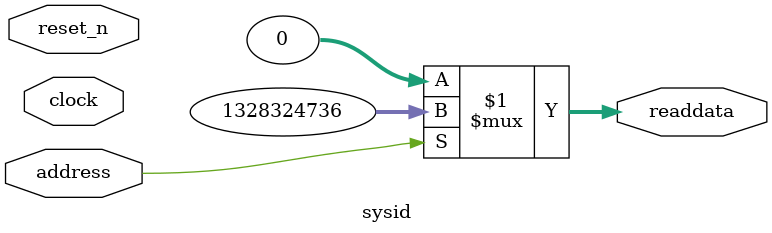
<source format=v>

`timescale 1ns / 1ps
// synthesis translate_on

// turn off superfluous verilog processor warnings 
// altera message_level Level1 
// altera message_off 10034 10035 10036 10037 10230 10240 10030 

module sysid (
               // inputs:
                address,
                clock,
                reset_n,

               // outputs:
                readdata
             )
;

  output  [ 31: 0] readdata;
  input            address;
  input            clock;
  input            reset_n;

  wire    [ 31: 0] readdata;
  //control_slave, which is an e_avalon_slave
  assign readdata = address ? 1328324736 : 0;

endmodule


</source>
